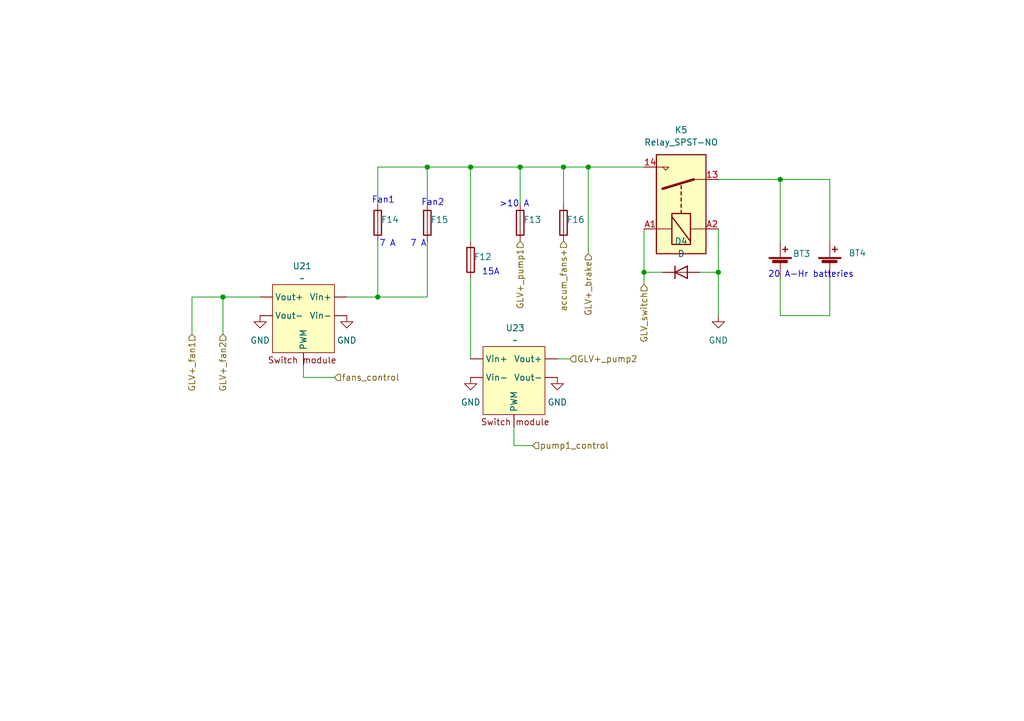
<source format=kicad_sch>
(kicad_sch (version 20231120) (generator "eeschema") (generator_version "8.0")
  (paper "A5")
  (lib_symbols
    (symbol "Device:Battery_Cell" (pin_numbers hide) (pin_names (offset 0) hide)
      (property "Reference" "BT" (at 2.54 2.54 0))
      (property "Value" "Battery_Cell" (at 2.54 0 0))
      (symbol "Battery_Cell_0_1"
        (rectangle (start -2.286 1.778) (end 2.286 1.524) (fill (type outline)))
        (rectangle (start -1.5748 1.1938) (end 1.4732 0.6858) (fill (type outline)))
        (polyline (pts (xy 0 0.762) (xy 0 0)))
        (polyline (pts (xy 0 1.778) (xy 0 2.54)))
        (polyline (pts (xy 0.508 3.429) (xy 1.524 3.429)) (stroke (width 0.254)))
        (polyline (pts (xy 1.016 3.937) (xy 1.016 2.921)) (stroke (width 0.254)))
      )
      (symbol "Battery_Cell_1_1"
        (pin passive line (at 0 5.08 270) (length 2.54) (name "+") (number "1"))
        (pin passive line (at 0 -2.54 90) (length 2.54) (name "-") (number "2"))
      )
    )
    (symbol "Device:D" (pin_numbers hide) (pin_names (offset 1.016) hide)
      (property "Reference" "D" (at 0 2.54 0))
      (property "Value" "D" (at 0 -2.54 0))
      (symbol "D_0_1"
        (polyline (pts (xy -1.27 1.27) (xy -1.27 -1.27)) (stroke (width 0.254)))
        (polyline (pts (xy 1.27 0) (xy -1.27 0)))
        (polyline (pts (xy 1.27 1.27) (xy 1.27 -1.27) (xy -1.27 0) (xy 1.27 1.27)) (stroke (width 0.254)))
      )
      (symbol "D_1_1"
        (pin passive line (at -3.81 0 0) (length 2.54) (name "K") (number "1"))
        (pin passive line (at 3.81 0 180) (length 2.54) (name "A") (number "2"))
      )
    )
    (symbol "Device:Fuse" (pin_numbers hide) (pin_names (offset 0))
      (property "Reference" "F" (at 2.032 0 90))
      (property "Value" "Fuse" (at -1.905 0 90))
      (symbol "Fuse_0_1"
        (rectangle (start -0.762 -2.54) (end 0.762 2.54) (stroke (width 0.254)))
        (polyline (pts (xy 0 2.54) (xy 0 -2.54)))
      )
      (symbol "Fuse_1_1"
        (pin passive line (at 0 3.81 270) (length 1.27) (name "~") (number "1"))
        (pin passive line (at 0 -3.81 90) (length 1.27) (name "~") (number "2"))
      )
    )
    (symbol "FSAE:switch_moduel"
      (property "Reference" "U" (at 0 0 0))
      (symbol "switch_moduel_1_1"
        (rectangle (start -6.35 19.05) (end 6.35 5.08) (fill (type background)))
        (text "Switch module\n" (at 0.254 3.556 0) (effects (font (size 1.27 1.27))))
        (pin input line (at 0 2.54 90) (length 2.54) (name "PWM") (number ""))
        (pin input line (at -8.89 16.51 0) (length 2.54) (name "Vin+") (number ""))
        (pin input line (at -8.89 12.7 0) (length 2.54) (name "Vin-") (number ""))
        (pin input line (at 8.89 16.51 180) (length 2.54) (name "Vout+") (number ""))
        (pin input line (at 8.89 12.7 180) (length 2.54) (name "Vout-") (number ""))
      )
    )
    (symbol "Relay:Relay_SPST-NO"
      (property "Reference" "K" (at 11.43 3.81 0))
      (property "Value" "Relay_SPST-NO" (at 11.43 1.27 0))
      (symbol "Relay_SPST-NO_0_0"
        (polyline (pts (xy 7.62 5.08) (xy 7.62 2.54) (xy 6.985 3.175) (xy 7.62 3.81)))
      )
      (symbol "Relay_SPST-NO_0_1"
        (rectangle (start -10.16 5.08) (end 10.16 -5.08) (stroke (width 0.254)) (fill (type background)))
        (rectangle (start -8.255 1.905) (end -1.905 -1.905) (stroke (width 0.254)))
        (polyline (pts (xy -7.62 -1.905) (xy -2.54 1.905)) (stroke (width 0.254)))
        (polyline (pts (xy -5.08 -5.08) (xy -5.08 -1.905)))
        (polyline (pts (xy -5.08 5.08) (xy -5.08 1.905)))
        (polyline (pts (xy -1.905 0) (xy -1.27 0)) (stroke (width 0.254)))
        (polyline (pts (xy -0.635 0) (xy 0 0)) (stroke (width 0.254)))
        (polyline (pts (xy 0.635 0) (xy 1.27 0)) (stroke (width 0.254)))
        (polyline (pts (xy 1.905 0) (xy 2.54 0)) (stroke (width 0.254)))
        (polyline (pts (xy 3.175 0) (xy 3.81 0)) (stroke (width 0.254)))
        (polyline (pts (xy 5.08 -2.54) (xy 3.175 3.81)) (stroke (width 0.508)))
        (polyline (pts (xy 5.08 -2.54) (xy 5.08 -5.08)))
      )
      (symbol "Relay_SPST-NO_1_1"
        (pin passive line (at 5.08 -7.62 90) (length 2.54) (name "~") (number "13"))
        (pin passive line (at 7.62 7.62 270) (length 2.54) (name "~") (number "14"))
        (pin passive line (at -5.08 7.62 270) (length 2.54) (name "~") (number "A1"))
        (pin passive line (at -5.08 -7.62 90) (length 2.54) (name "~") (number "A2"))
      )
    )
    (symbol "power:GND" (power) (pin_numbers hide) (pin_names (offset 0) hide)
      (property "Value" "GND" (at 0 -3.81 0))
      (symbol "GND_0_1"
        (polyline (pts (xy 0 0) (xy 0 -1.27) (xy 1.27 -1.27) (xy 0 -2.54) (xy -1.27 -1.27) (xy 0 -1.27)))
      )
      (symbol "GND_1_1"
        (pin power_in line (at 0 0 270) (length 0) (name "~") (number "1"))
      )
    )
  )
  (junction (at 132.08 55.88))
  (junction (at 115.57 34.29))
  (junction (at 77.47 60.96))
  (junction (at 160.02 36.83))
  (junction (at 45.72 60.96))
  (junction (at 120.65 34.29))
  (junction (at 87.63 34.29))
  (junction (at 96.52 34.29))
  (junction (at 147.32 55.88))
  (junction (at 106.68 34.29))
  (wire (pts (xy 170.18 57.15) (xy 170.18 64.77)))
  (wire (pts (xy 114.3 73.66) (xy 116.84 73.66)))
  (wire (pts (xy 77.47 49.53) (xy 77.47 60.96)))
  (wire (pts (xy 170.18 49.53) (xy 170.18 36.83)))
  (wire (pts (xy 96.52 34.29) (xy 106.68 34.29)))
  (wire (pts (xy 143.51 55.88) (xy 147.32 55.88)))
  (wire (pts (xy 87.63 34.29) (xy 87.63 41.91)))
  (wire (pts (xy 115.57 41.91) (xy 115.57 34.29)))
  (wire (pts (xy 77.47 34.29) (xy 77.47 41.91)))
  (wire (pts (xy 68.58 77.47) (xy 62.23 77.47)))
  (wire (pts (xy 87.63 60.96) (xy 77.47 60.96)))
  (wire (pts (xy 160.02 36.83) (xy 170.18 36.83)))
  (wire (pts (xy 39.37 60.96) (xy 39.37 68.58)))
  (wire (pts (xy 53.34 60.96) (xy 45.72 60.96)))
  (wire (pts (xy 115.57 34.29) (xy 120.65 34.29)))
  (wire (pts (xy 120.65 34.29) (xy 120.65 52.07)))
  (wire (pts (xy 96.52 57.15) (xy 96.52 73.66)))
  (wire (pts (xy 96.52 34.29) (xy 96.52 49.53)))
  (wire (pts (xy 77.47 34.29) (xy 87.63 34.29)))
  (wire (pts (xy 147.32 55.88) (xy 147.32 46.99)))
  (wire (pts (xy 120.65 34.29) (xy 132.08 34.29)))
  (wire (pts (xy 106.68 34.29) (xy 115.57 34.29)))
  (wire (pts (xy 87.63 49.53) (xy 87.63 60.96)))
  (wire (pts (xy 132.08 55.88) (xy 135.89 55.88)))
  (wire (pts (xy 106.68 41.91) (xy 106.68 34.29)))
  (wire (pts (xy 160.02 64.77) (xy 170.18 64.77)))
  (wire (pts (xy 105.41 91.44) (xy 109.22 91.44)))
  (wire (pts (xy 45.72 60.96) (xy 45.72 68.58)))
  (wire (pts (xy 160.02 57.15) (xy 160.02 64.77)))
  (wire (pts (xy 147.32 64.77) (xy 147.32 55.88)))
  (wire (pts (xy 77.47 60.96) (xy 71.12 60.96)))
  (wire (pts (xy 105.41 87.63) (xy 105.41 91.44)))
  (wire (pts (xy 132.08 58.42) (xy 132.08 55.88)))
  (wire (pts (xy 87.63 34.29) (xy 96.52 34.29)))
  (wire (pts (xy 160.02 36.83) (xy 160.02 49.53)))
  (wire (pts (xy 62.23 77.47) (xy 62.23 74.93)))
  (wire (pts (xy 45.72 60.96) (xy 39.37 60.96)))
  (wire (pts (xy 132.08 55.88) (xy 132.08 46.99)))
  (wire (pts (xy 147.32 36.83) (xy 160.02 36.83)))
  (text "Fan2\n\n" (at 86.36 44.45 0) (effects (font (size 1.27 1.27)) (justify left bottom)))
  (text ">10 A" (at 102.362 42.672 0) (effects (font (size 1.27 1.27)) (justify left bottom)))
  (text "7 A" (at 84.074 50.8 0) (effects (font (size 1.27 1.27)) (justify left bottom)))
  (text "Fan1\n" (at 76.2 41.91 0) (effects (font (size 1.27 1.27)) (justify left bottom)))
  (text "7 A" (at 77.724 50.8 0) (effects (font (size 1.27 1.27)) (justify left bottom)))
  (text "15A\n" (at 98.806 56.642 0) (effects (font (size 1.27 1.27)) (justify left bottom)))
  (text "20 A-Hr batteries" (at 157.48 57.15 0) (effects (font (size 1.27 1.27)) (justify left bottom)))
  (hierarchical_label "pump1_control" (shape input) (at 109.22 91.44 0))
  (hierarchical_label "GLV+_fan1" (shape input) (at 39.37 68.58 270))
  (hierarchical_label "fans_control" (shape input) (at 68.58 77.47 0))
  (hierarchical_label "GLV+_pump2" (shape input) (at 116.84 73.66 0))
  (hierarchical_label "GLV_switch" (shape input) (at 132.08 58.42 270))
  (hierarchical_label "GLV+_pump1" (shape input) (at 106.68 49.53 270))
  (hierarchical_label "GLV+_fan2" (shape input) (at 45.72 68.58 270))
  (hierarchical_label "accum_fans+" (shape input) (at 115.57 49.53 270))
  (hierarchical_label "GLV+_brake" (shape input) (at 120.65 52.07 270))
  (symbol (lib_id "FSAE:switch_moduel") (at 105.41 90.17 0) (unit 1)
    (property "Reference" "U23" (at 105.664 67.31 0))
    (property "Value" "~" (at 105.664 69.85 0))
  )
  (symbol (lib_id "Device:Fuse") (at 77.47 45.72 0) (unit 1)
    (property "Reference" "F14" (at 78.105 45.085 0) (effects (justify left)))
    (property "Value" "Fuse" (effects (hide yes)))
  )
  (symbol (lib_id "power:GND") (at 147.32 64.77 0) (mirror y) (unit 1)
    (property "Reference" "#PWR019" (effects (hide yes)))
    (property "Value" "GND" (at 147.32 69.85 0))
    (property "Description" "Power symbol creates a global label with name \"GND\" , ground" (effects (hide yes)))
  )
  (symbol (lib_id "Device:Battery_Cell") (at 160.02 54.61 0) (unit 1)
    (property "Reference" "BT3" (at 162.56 52.07 0) (effects (justify left)))
    (property "Value" "Battery_Cell" (effects (hide yes)))
  )
  (symbol (lib_id "power:GND") (at 53.34 64.77 0) (mirror y) (unit 1)
    (property "Reference" "#PWR015" (effects (hide yes)))
    (property "Value" "GND" (at 53.34 69.85 0))
    (property "Description" "Power symbol creates a global label with name \"GND\" , ground" (effects (hide yes)))
  )
  (symbol (lib_id "Relay:Relay_SPST-NO") (at 139.7 41.91 90) (unit 1)
    (property "Reference" "K5" (at 139.7 26.67 90))
    (property "Value" "Relay_SPST-NO" (at 139.7 29.21 90))
    (property "Description" "Relay SPST, Normally Open, EN50005" (effects (hide yes)))
  )
  (symbol (lib_id "power:GND") (at 96.52 77.47 0) (mirror y) (unit 1)
    (property "Reference" "#PWR018" (effects (hide yes)))
    (property "Value" "GND" (at 96.52 82.55 0))
    (property "Description" "Power symbol creates a global label with name \"GND\" , ground" (effects (hide yes)))
  )
  (symbol (lib_id "Device:Fuse") (at 96.52 53.34 0) (unit 1)
    (property "Reference" "F12" (at 97.155 52.705 0) (effects (justify left)))
    (property "Value" "Fuse" (effects (hide yes)))
  )
  (symbol (lib_id "FSAE:switch_moduel") (at 62.23 77.47 0) (mirror y) (unit 1)
    (property "Reference" "U21" (at 61.976 54.61 0))
    (property "Value" "~" (at 61.976 57.15 0))
  )
  (symbol (lib_id "Device:Fuse") (at 87.63 45.72 0) (unit 1)
    (property "Reference" "F15" (at 88.265 45.085 0) (effects (justify left)))
    (property "Value" "Fuse" (effects (hide yes)))
  )
  (symbol (lib_id "Device:Fuse") (at 106.68 45.72 0) (unit 1)
    (property "Reference" "F13" (at 107.315 45.085 0) (effects (justify left)))
    (property "Value" "Fuse" (effects (hide yes)))
  )
  (symbol (lib_id "Device:Battery_Cell") (at 170.18 54.61 0) (unit 1)
    (property "Reference" "BT4" (at 173.99 51.943 0) (effects (justify left)))
    (property "Value" "Battery_Cell" (effects (hide yes)))
  )
  (symbol (lib_id "Device:Fuse") (at 115.57 45.72 0) (unit 1)
    (property "Reference" "F16" (at 116.205 45.085 0) (effects (justify left)))
    (property "Value" "Fuse" (effects (hide yes)))
  )
  (symbol (lib_id "power:GND") (at 71.12 64.77 0) (mirror y) (unit 1)
    (property "Reference" "#PWR016" (effects (hide yes)))
    (property "Value" "GND" (at 71.12 69.85 0))
    (property "Description" "Power symbol creates a global label with name \"GND\" , ground" (effects (hide yes)))
  )
  (symbol (lib_id "power:GND") (at 114.3 77.47 0) (mirror y) (unit 1)
    (property "Reference" "#PWR017" (effects (hide yes)))
    (property "Value" "GND" (at 114.3 82.55 0))
    (property "Description" "Power symbol creates a global label with name \"GND\" , ground" (effects (hide yes)))
  )
  (symbol (lib_id "Device:D") (at 139.7 55.88 0) (unit 1)
    (property "Reference" "D4" (at 139.7 49.53 0))
    (property "Value" "D" (at 139.7 52.07 0))
    (property "Description" "Diode" (effects (hide yes)))
    (property "Sim.Device" "D" (effects (hide yes)))
    (property "Sim.Pins" "1=K 2=A" (effects (hide yes)))
  )
)
</source>
